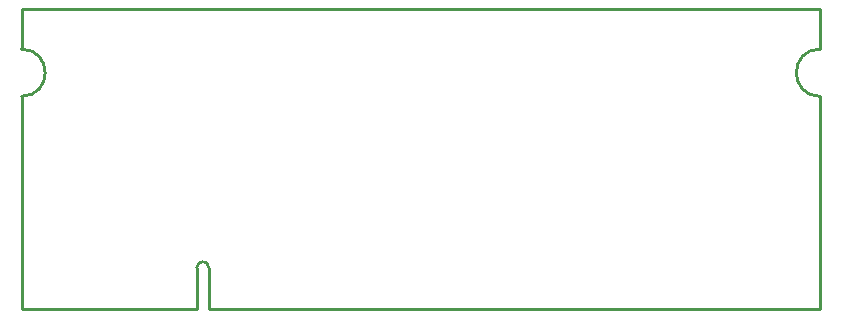
<source format=gko>
G04 Layer: BoardOutlineLayer*
G04 EasyEDA v6.5.23, 2023-08-22 14:51:30*
G04 a67cddfb3fce44daa9051d46cbbcc19f,10*
G04 Gerber Generator version 0.2*
G04 Scale: 100 percent, Rotated: No, Reflected: No *
G04 Dimensions in millimeters *
G04 leading zeros omitted , absolute positions ,4 integer and 5 decimal *
%FSLAX45Y45*%
%MOMM*%

%ADD10C,0.2540*%
D10*
X1485107Y350065D02*
G01*
X1485107Y53D01*
X101Y53D01*
X101Y1800049D01*
X6760110Y1800049D02*
G01*
X6760110Y53D01*
X1585109Y53D01*
X1585109Y350065D01*
X101Y2200048D02*
G01*
X101Y2540053D01*
X6760110Y2540053D01*
X6760110Y2200048D01*
G75*
G01*
X1585112Y350065D02*
G03*
X1485113Y350065I-49999J0D01*
G75*
G01*
X6760108Y2200049D02*
G03*
X6760108Y1800050I0J-200000D01*
G75*
G01*
X102Y1800050D02*
G03*
X102Y2200049I0J199999D01*

%LPD*%
M02*

</source>
